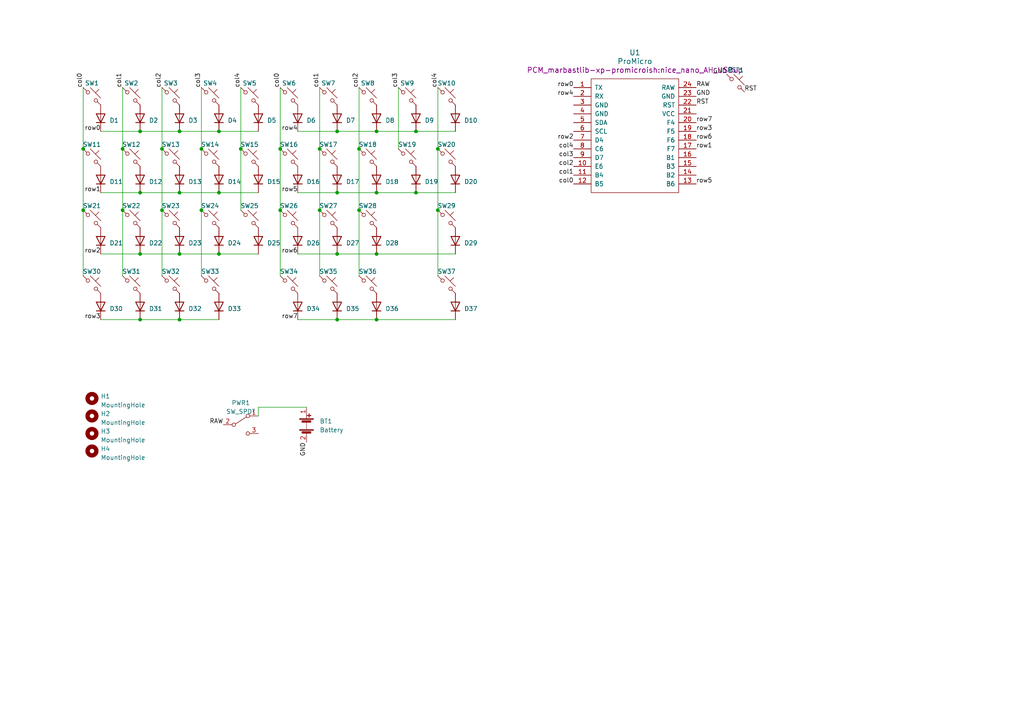
<source format=kicad_sch>
(kicad_sch (version 20231120) (generator "eeschema") (generator_version "8.0")
  (paper "A4")
  (lib_symbols
    (symbol "Device:Battery" (pin_names (offset 0) hide)
      (property "Reference" "BT" (at 2.54 2.54 0))
      (property "Value" "Battery" (at 2.54 0 0))
      (symbol "Battery_0_1"
        (rectangle (start -2.032 -1.397) (end 2.032 -1.651) (fill (type outline)))
        (rectangle (start -2.032 1.778) (end 2.032 1.524) (fill (type outline)))
        (rectangle (start -1.3208 -1.9812) (end 1.27 -2.4892) (fill (type outline)))
        (rectangle (start -1.3208 1.1938) (end 1.27 0.6858) (fill (type outline)))
        (polyline (pts (xy 0 -1.524) (xy 0 -1.27)))
        (polyline (pts (xy 0 -1.016) (xy 0 -0.762)))
        (polyline (pts (xy 0 -0.508) (xy 0 -0.254)))
        (polyline (pts (xy 0 0) (xy 0 0.254)))
        (polyline (pts (xy 0 0.508) (xy 0 0.762)))
        (polyline (pts (xy 0 1.778) (xy 0 2.54)))
        (polyline (pts (xy 0.254 2.667) (xy 1.27 2.667)) (stroke (width 0.254)))
        (polyline (pts (xy 0.762 3.175) (xy 0.762 2.159)) (stroke (width 0.254)))
      )
      (symbol "Battery_1_1"
        (pin passive line (at 0 5.08 270) (length 2.54) (name "+") (number "1"))
        (pin passive line (at 0 -5.08 90) (length 2.54) (name "-") (number "2"))
      )
    )
    (symbol "Diode:1N4148W" (pin_numbers hide) (pin_names hide)
      (property "Reference" "D" (at 0 2.54 0))
      (property "Value" "1N4148W" (at 0 -2.54 0))
      (symbol "1N4148W_0_1"
        (polyline (pts (xy -1.27 1.27) (xy -1.27 -1.27)) (stroke (width 0.254)))
        (polyline (pts (xy 1.27 0) (xy -1.27 0)))
        (polyline (pts (xy 1.27 1.27) (xy 1.27 -1.27) (xy -1.27 0) (xy 1.27 1.27)) (stroke (width 0.254)))
      )
      (symbol "1N4148W_1_1"
        (pin passive line (at -3.81 0 0) (length 2.54) (name "K") (number "1"))
        (pin passive line (at 3.81 0 180) (length 2.54) (name "A") (number "2"))
      )
    )
    (symbol "Mechanical:MountingHole" (pin_names (offset 1.016))
      (property "Reference" "H" (at 0 5.08 0))
      (property "Value" "MountingHole" (at 0 3.175 0))
      (symbol "MountingHole_0_1"
        (circle (center 0 0) (radius 1.27) (stroke (width 1.27)))
      )
    )
    (symbol "Switch:SW_Push_45deg" (pin_numbers hide) (pin_names (offset 1.016) hide)
      (property "Reference" "SW" (at 3.048 1.016 0))
      (property "Value" "SW_Push_45deg" (at 0 -3.81 0))
      (symbol "SW_Push_45deg_0_1"
        (circle (center -1.1684 1.1684) (radius 0.508))
        (polyline (pts (xy -0.508 2.54) (xy 2.54 -0.508)))
        (polyline (pts (xy 1.016 1.016) (xy 2.032 2.032)))
        (polyline (pts (xy -2.54 2.54) (xy -1.524 1.524) (xy -1.524 1.524)))
        (polyline (pts (xy 1.524 -1.524) (xy 2.54 -2.54) (xy 2.54 -2.54) (xy 2.54 -2.54)))
        (circle (center 1.143 -1.1938) (radius 0.508))
        (pin passive line (at -2.54 2.54 0) (length 0) (name "1") (number "1"))
        (pin passive line (at 2.54 -2.54 180) (length 0) (name "2") (number "2"))
      )
    )
    (symbol "Switch:SW_SPDT" (pin_names (offset 0) hide)
      (property "Reference" "SW" (at 0 4.318 0))
      (property "Value" "SW_SPDT" (at 0 -5.08 0))
      (symbol "SW_SPDT_0_0"
        (circle (center -2.032 0) (radius 0.508))
        (circle (center 2.032 -2.54) (radius 0.508))
      )
      (symbol "SW_SPDT_0_1"
        (polyline (pts (xy -1.524 0.254) (xy 1.651 2.286)))
        (circle (center 2.032 2.54) (radius 0.508))
      )
      (symbol "SW_SPDT_1_1"
        (pin passive line (at 5.08 2.54 180) (length 2.54) (name "A") (number "1"))
        (pin passive line (at -5.08 0 0) (length 2.54) (name "B") (number "2"))
        (pin passive line (at 5.08 -2.54 180) (length 2.54) (name "C") (number "3"))
      )
    )
    (symbol "promicro:ProMicro" (pin_names (offset 1.016))
      (property "Reference" "U" (at 0 24.13 0))
      (property "Value" "ProMicro" (at 0 -13.97 0))
      (symbol "ProMicro_0_1"
        (rectangle (start -12.7 21.59) (end 12.7 -11.43))
      )
      (symbol "ProMicro_1_1"
        (pin bidirectional line (at -17.78 19.05 0) (length 5.08) (name "TX") (number "1"))
        (pin bidirectional line (at -17.78 -3.81 0) (length 5.08) (name "E6") (number "10"))
        (pin bidirectional line (at -17.78 -6.35 0) (length 5.08) (name "B4") (number "11"))
        (pin bidirectional line (at -17.78 -8.89 0) (length 5.08) (name "B5") (number "12"))
        (pin bidirectional line (at 17.78 -8.89 180) (length 5.08) (name "B6") (number "13"))
        (pin bidirectional line (at 17.78 -6.35 180) (length 5.08) (name "B2") (number "14"))
        (pin bidirectional line (at 17.78 -3.81 180) (length 5.08) (name "B3") (number "15"))
        (pin bidirectional line (at 17.78 -1.27 180) (length 5.08) (name "B1") (number "16"))
        (pin bidirectional line (at 17.78 1.27 180) (length 5.08) (name "F7") (number "17"))
        (pin bidirectional line (at 17.78 3.81 180) (length 5.08) (name "F6") (number "18"))
        (pin bidirectional line (at 17.78 6.35 180) (length 5.08) (name "F5") (number "19"))
        (pin bidirectional line (at -17.78 16.51 0) (length 5.08) (name "RX") (number "2"))
        (pin bidirectional line (at 17.78 8.89 180) (length 5.08) (name "F4") (number "20"))
        (pin power_in line (at 17.78 11.43 180) (length 5.08) (name "VCC") (number "21"))
        (pin input line (at 17.78 13.97 180) (length 5.08) (name "RST") (number "22"))
        (pin power_in line (at 17.78 16.51 180) (length 5.08) (name "GND") (number "23"))
        (pin power_out line (at 17.78 19.05 180) (length 5.08) (name "RAW") (number "24"))
        (pin power_in line (at -17.78 13.97 0) (length 5.08) (name "GND") (number "3"))
        (pin power_in line (at -17.78 11.43 0) (length 5.08) (name "GND") (number "4"))
        (pin bidirectional line (at -17.78 8.89 0) (length 5.08) (name "SDA") (number "5"))
        (pin bidirectional line (at -17.78 6.35 0) (length 5.08) (name "SCL") (number "6"))
        (pin bidirectional line (at -17.78 3.81 0) (length 5.08) (name "D4") (number "7"))
        (pin bidirectional line (at -17.78 1.27 0) (length 5.08) (name "C6") (number "8"))
        (pin bidirectional line (at -17.78 -1.27 0) (length 5.08) (name "D7") (number "9"))
      )
    )
  )
  (junction (at 40.64 55.88))
  (junction (at 97.79 38.1))
  (junction (at 46.99 60.96))
  (junction (at 58.42 60.96))
  (junction (at 97.79 73.66))
  (junction (at 52.07 73.66))
  (junction (at 52.07 38.1))
  (junction (at 58.42 43.18))
  (junction (at 35.56 60.96))
  (junction (at 35.56 43.18))
  (junction (at 120.65 55.88))
  (junction (at 109.22 38.1))
  (junction (at 92.71 43.18))
  (junction (at 63.5 55.88))
  (junction (at 109.22 92.71))
  (junction (at 109.22 55.88))
  (junction (at 81.28 60.96))
  (junction (at 104.14 60.96))
  (junction (at 52.07 55.88))
  (junction (at 97.79 55.88))
  (junction (at 109.22 73.66))
  (junction (at 40.64 73.66))
  (junction (at 46.99 43.18))
  (junction (at 24.13 60.96))
  (junction (at 40.64 92.71))
  (junction (at 127 60.96))
  (junction (at 120.65 38.1))
  (junction (at 63.5 38.1))
  (junction (at 69.85 43.18))
  (junction (at 40.64 38.1))
  (junction (at 81.28 43.18))
  (junction (at 104.14 43.18))
  (junction (at 127 43.18))
  (junction (at 24.13 43.18))
  (junction (at 92.71 60.96))
  (junction (at 63.5 73.66))
  (junction (at 52.07 92.71))
  (junction (at 97.79 92.71))
  (wire (pts (xy 40.64 73.66) (xy 52.07 73.66)))
  (wire (pts (xy 104.14 25.4) (xy 104.14 43.18)))
  (wire (pts (xy 63.5 73.66) (xy 74.93 73.66)))
  (wire (pts (xy 40.64 92.71) (xy 52.07 92.71)))
  (wire (pts (xy 104.14 60.96) (xy 104.14 80.01)))
  (wire (pts (xy 52.07 73.66) (xy 63.5 73.66)))
  (wire (pts (xy 29.21 38.1) (xy 40.64 38.1)))
  (wire (pts (xy 88.9 118.11) (xy 74.93 118.11)))
  (wire (pts (xy 58.42 43.18) (xy 58.42 60.96)))
  (wire (pts (xy 24.13 60.96) (xy 24.13 80.01)))
  (wire (pts (xy 104.14 43.18) (xy 104.14 60.96)))
  (wire (pts (xy 24.13 25.4) (xy 24.13 43.18)))
  (wire (pts (xy 81.28 25.4) (xy 81.28 43.18)))
  (wire (pts (xy 97.79 92.71) (xy 109.22 92.71)))
  (wire (pts (xy 86.36 73.66) (xy 97.79 73.66)))
  (wire (pts (xy 127 25.4) (xy 127 43.18)))
  (wire (pts (xy 127 43.18) (xy 127 60.96)))
  (wire (pts (xy 109.22 92.71) (xy 132.08 92.71)))
  (wire (pts (xy 63.5 55.88) (xy 74.93 55.88)))
  (wire (pts (xy 29.21 55.88) (xy 40.64 55.88)))
  (wire (pts (xy 81.28 60.96) (xy 81.28 80.01)))
  (wire (pts (xy 24.13 43.18) (xy 24.13 60.96)))
  (wire (pts (xy 69.85 43.18) (xy 69.85 60.96)))
  (wire (pts (xy 97.79 38.1) (xy 109.22 38.1)))
  (wire (pts (xy 69.85 25.4) (xy 69.85 43.18)))
  (wire (pts (xy 120.65 38.1) (xy 132.08 38.1)))
  (wire (pts (xy 52.07 55.88) (xy 63.5 55.88)))
  (wire (pts (xy 46.99 60.96) (xy 46.99 80.01)))
  (wire (pts (xy 29.21 92.71) (xy 40.64 92.71)))
  (wire (pts (xy 92.71 43.18) (xy 92.71 60.96)))
  (wire (pts (xy 127 60.96) (xy 127 80.01)))
  (wire (pts (xy 58.42 60.96) (xy 58.42 80.01)))
  (wire (pts (xy 109.22 73.66) (xy 132.08 73.66)))
  (wire (pts (xy 74.93 118.11) (xy 74.93 120.65)))
  (wire (pts (xy 40.64 55.88) (xy 52.07 55.88)))
  (wire (pts (xy 97.79 73.66) (xy 109.22 73.66)))
  (wire (pts (xy 92.71 25.4) (xy 92.71 43.18)))
  (wire (pts (xy 115.57 25.4) (xy 115.57 43.18)))
  (wire (pts (xy 63.5 38.1) (xy 74.93 38.1)))
  (wire (pts (xy 29.21 73.66) (xy 40.64 73.66)))
  (wire (pts (xy 46.99 25.4) (xy 46.99 43.18)))
  (wire (pts (xy 97.79 55.88) (xy 109.22 55.88)))
  (wire (pts (xy 86.36 55.88) (xy 97.79 55.88)))
  (wire (pts (xy 58.42 25.4) (xy 58.42 43.18)))
  (wire (pts (xy 109.22 55.88) (xy 120.65 55.88)))
  (wire (pts (xy 120.65 55.88) (xy 132.08 55.88)))
  (wire (pts (xy 35.56 43.18) (xy 35.56 60.96)))
  (wire (pts (xy 35.56 60.96) (xy 35.56 80.01)))
  (wire (pts (xy 52.07 92.71) (xy 63.5 92.71)))
  (wire (pts (xy 86.36 92.71) (xy 97.79 92.71)))
  (wire (pts (xy 40.64 38.1) (xy 52.07 38.1)))
  (wire (pts (xy 35.56 25.4) (xy 35.56 43.18)))
  (wire (pts (xy 46.99 43.18) (xy 46.99 60.96)))
  (wire (pts (xy 86.36 38.1) (xy 97.79 38.1)))
  (wire (pts (xy 92.71 60.96) (xy 92.71 80.01)))
  (wire (pts (xy 52.07 38.1) (xy 63.5 38.1)))
  (wire (pts (xy 81.28 43.18) (xy 81.28 60.96)))
  (wire (pts (xy 109.22 38.1) (xy 120.65 38.1)))
  (label "col1" (at 92.71 25.4 90))
  (label "row3" (at 29.21 92.71 180))
  (label "row7" (at 201.93 35.56 0))
  (label "col3" (at 58.42 25.4 90))
  (label "col0" (at 81.28 25.4 90))
  (label "col0" (at 24.13 25.4 90))
  (label "RST" (at 215.9 26.67 0))
  (label "row1" (at 29.21 55.88 180))
  (label "col4" (at 166.37 43.18 180))
  (label "RAW" (at 201.93 25.4 0))
  (label "row5" (at 201.93 53.34 0))
  (label "row0" (at 166.37 25.4 180))
  (label "row7" (at 86.36 92.71 180))
  (label "row4" (at 166.37 27.94 180))
  (label "row5" (at 86.36 55.88 180))
  (label "GND" (at 88.9 128.27 270))
  (label "row3" (at 201.93 38.1 0))
  (label "row1" (at 201.93 43.18 0))
  (label "col3" (at 166.37 45.72 180))
  (label "row6" (at 201.93 40.64 0))
  (label "RST" (at 201.93 30.48 0))
  (label "row2" (at 29.21 73.66 180))
  (label "col4" (at 127 25.4 90))
  (label "row0" (at 29.21 38.1 180))
  (label "RAW" (at 64.77 123.19 180))
  (label "col1" (at 35.56 25.4 90))
  (label "col1" (at 166.37 50.8 180))
  (label "row4" (at 86.36 38.1 180))
  (label "col3" (at 115.57 25.4 90))
  (label "GND" (at 210.82 21.59 180))
  (label "row2" (at 166.37 40.64 180))
  (label "col2" (at 166.37 48.26 180))
  (label "col2" (at 104.14 25.4 90))
  (label "col0" (at 166.37 53.34 180))
  (label "col2" (at 46.99 25.4 90))
  (label "GND" (at 201.93 27.94 0))
  (label "col4" (at 69.85 25.4 90))
  (label "row6" (at 86.36 73.66 180))
  (symbol (lib_id "Switch:SW_SPDT") (at 69.85 123.19 0) (unit 1)
    (property "Reference" "PWR1" (at 69.85 116.84 0))
    (property "Value" "SW_SPDT" (at 69.85 119.38 0))
    (property "Footprint" "0-jasonhazel-footprints:SW_CuK_OS102011MA1QN1_SPDT_Angled" (effects (hide yes)))
  )
  (symbol (lib_id "Diode:1N4148W") (at 63.5 69.85 90) (unit 1)
    (property "Reference" "D24" (at 66.04 70.485 90) (effects (justify right)))
    (property "Value" "1N4148W" (effects (hide yes)))
    (property "Footprint" "0-jasonhazel-footprints:D_SOD-123" (effects (hide yes)))
    (property "Datasheet" "https://www.vishay.com/docs/85748/1n4148w.pdf" (effects (hide yes)))
    (property "Sim.Device" "D" (effects (hide yes)))
    (property "Sim.Pins" "1=K 2=A" (effects (hide yes)))
  )
  (symbol (lib_id "Switch:SW_Push_45deg") (at 72.39 27.94 0) (unit 1)
    (property "Reference" "SW5" (at 72.39 24.13 0))
    (property "Value" "SW_Push_45deg" (effects (hide yes)))
    (property "Footprint" "0-jasonhazel-footprints:Choc-1u-solder" (effects (hide yes)))
  )
  (symbol (lib_id "Mechanical:MountingHole") (at 26.67 120.65 0) (unit 1)
    (property "Reference" "H2" (at 29.21 120.015 0) (effects (justify left)))
    (property "Value" "MountingHole" (at 29.21 122.555 0) (effects (justify left)))
  )
  (symbol (lib_id "Switch:SW_Push_45deg") (at 118.11 27.94 0) (unit 1)
    (property "Reference" "SW9" (at 118.11 24.13 0))
    (property "Value" "SW_Push_45deg" (effects (hide yes)))
    (property "Footprint" "0-jasonhazel-footprints:Choc-1u-solder" (effects (hide yes)))
  )
  (symbol (lib_id "Switch:SW_Push_45deg") (at 129.54 45.72 0) (unit 1)
    (property "Reference" "SW20" (at 129.54 41.91 0))
    (property "Value" "SW_Push_45deg" (effects (hide yes)))
    (property "Footprint" "0-jasonhazel-footprints:Choc-1u-solder" (effects (hide yes)))
  )
  (symbol (lib_id "Switch:SW_Push_45deg") (at 60.96 27.94 0) (unit 1)
    (property "Reference" "SW4" (at 60.96 24.13 0))
    (property "Value" "SW_Push_45deg" (effects (hide yes)))
    (property "Footprint" "0-jasonhazel-footprints:Choc-1u-solder" (effects (hide yes)))
  )
  (symbol (lib_id "Diode:1N4148W") (at 97.79 52.07 90) (unit 1)
    (property "Reference" "D17" (at 100.33 52.705 90) (effects (justify right)))
    (property "Value" "1N4148W" (effects (hide yes)))
    (property "Footprint" "0-jasonhazel-footprints:D_SOD-123" (effects (hide yes)))
    (property "Datasheet" "https://www.vishay.com/docs/85748/1n4148w.pdf" (effects (hide yes)))
    (property "Sim.Device" "D" (effects (hide yes)))
    (property "Sim.Pins" "1=K 2=A" (effects (hide yes)))
  )
  (symbol (lib_id "Diode:1N4148W") (at 29.21 88.9 90) (unit 1)
    (property "Reference" "D30" (at 31.75 89.535 90) (effects (justify right)))
    (property "Value" "1N4148W" (effects (hide yes)))
    (property "Footprint" "0-jasonhazel-footprints:D_SOD-123" (effects (hide yes)))
    (property "Datasheet" "https://www.vishay.com/docs/85748/1n4148w.pdf" (effects (hide yes)))
    (property "Sim.Device" "D" (effects (hide yes)))
    (property "Sim.Pins" "1=K 2=A" (effects (hide yes)))
  )
  (symbol (lib_id "Mechanical:MountingHole") (at 26.67 130.81 0) (unit 1)
    (property "Reference" "H4" (at 29.21 130.175 0) (effects (justify left)))
    (property "Value" "MountingHole" (at 29.21 132.715 0) (effects (justify left)))
  )
  (symbol (lib_id "Switch:SW_Push_45deg") (at 83.82 45.72 0) (unit 1)
    (property "Reference" "SW16" (at 83.82 41.91 0))
    (property "Value" "SW_Push_45deg" (effects (hide yes)))
    (property "Footprint" "0-jasonhazel-footprints:Choc-1u-solder" (effects (hide yes)))
  )
  (symbol (lib_id "Switch:SW_Push_45deg") (at 49.53 27.94 0) (unit 1)
    (property "Reference" "SW3" (at 49.53 24.13 0))
    (property "Value" "SW_Push_45deg" (effects (hide yes)))
    (property "Footprint" "0-jasonhazel-footprints:Choc-1u-solder" (effects (hide yes)))
  )
  (symbol (lib_id "Diode:1N4148W") (at 86.36 52.07 90) (unit 1)
    (property "Reference" "D16" (at 88.9 52.705 90) (effects (justify right)))
    (property "Value" "1N4148W" (effects (hide yes)))
    (property "Footprint" "0-jasonhazel-footprints:D_SOD-123" (effects (hide yes)))
    (property "Datasheet" "https://www.vishay.com/docs/85748/1n4148w.pdf" (effects (hide yes)))
    (property "Sim.Device" "D" (effects (hide yes)))
    (property "Sim.Pins" "1=K 2=A" (effects (hide yes)))
  )
  (symbol (lib_id "Diode:1N4148W") (at 63.5 52.07 90) (unit 1)
    (property "Reference" "D14" (at 66.04 52.705 90) (effects (justify right)))
    (property "Value" "1N4148W" (effects (hide yes)))
    (property "Footprint" "0-jasonhazel-footprints:D_SOD-123" (effects (hide yes)))
    (property "Datasheet" "https://www.vishay.com/docs/85748/1n4148w.pdf" (effects (hide yes)))
    (property "Sim.Device" "D" (effects (hide yes)))
    (property "Sim.Pins" "1=K 2=A" (effects (hide yes)))
  )
  (symbol (lib_id "Switch:SW_Push_45deg") (at 26.67 82.55 0) (unit 1)
    (property "Reference" "SW30" (at 26.67 78.74 0))
    (property "Value" "SW_Push_45deg" (effects (hide yes)))
    (property "Footprint" "0-jasonhazel-footprints:Choc-1u-solder" (effects (hide yes)))
  )
  (symbol (lib_id "Switch:SW_Push_45deg") (at 106.68 27.94 0) (unit 1)
    (property "Reference" "SW8" (at 106.68 24.13 0))
    (property "Value" "SW_Push_45deg" (effects (hide yes)))
    (property "Footprint" "0-jasonhazel-footprints:Choc-1u-solder" (effects (hide yes)))
  )
  (symbol (lib_id "Diode:1N4148W") (at 86.36 88.9 90) (unit 1)
    (property "Reference" "D34" (at 88.9 89.535 90) (effects (justify right)))
    (property "Value" "1N4148W" (effects (hide yes)))
    (property "Footprint" "0-jasonhazel-footprints:D_SOD-123" (effects (hide yes)))
    (property "Datasheet" "https://www.vishay.com/docs/85748/1n4148w.pdf" (effects (hide yes)))
    (property "Sim.Device" "D" (effects (hide yes)))
    (property "Sim.Pins" "1=K 2=A" (effects (hide yes)))
  )
  (symbol (lib_id "Diode:1N4148W") (at 109.22 34.29 90) (unit 1)
    (property "Reference" "D8" (at 111.76 34.925 90) (effects (justify right)))
    (property "Value" "1N4148W" (effects (hide yes)))
    (property "Footprint" "0-jasonhazel-footprints:D_SOD-123" (effects (hide yes)))
    (property "Datasheet" "https://www.vishay.com/docs/85748/1n4148w.pdf" (effects (hide yes)))
    (property "Sim.Device" "D" (effects (hide yes)))
    (property "Sim.Pins" "1=K 2=A" (effects (hide yes)))
  )
  (symbol (lib_id "Switch:SW_Push_45deg") (at 72.39 45.72 0) (unit 1)
    (property "Reference" "SW15" (at 72.39 41.91 0))
    (property "Value" "SW_Push_45deg" (effects (hide yes)))
    (property "Footprint" "0-jasonhazel-footprints:Choc-1u-solder" (effects (hide yes)))
  )
  (symbol (lib_id "Switch:SW_Push_45deg") (at 95.25 27.94 0) (unit 1)
    (property "Reference" "SW7" (at 95.25 24.13 0))
    (property "Value" "SW_Push_45deg" (effects (hide yes)))
    (property "Footprint" "0-jasonhazel-footprints:Choc-1u-solder" (effects (hide yes)))
  )
  (symbol (lib_id "Diode:1N4148W") (at 132.08 34.29 90) (unit 1)
    (property "Reference" "D10" (at 134.62 34.925 90) (effects (justify right)))
    (property "Value" "1N4148W" (effects (hide yes)))
    (property "Footprint" "0-jasonhazel-footprints:D_SOD-123" (effects (hide yes)))
    (property "Datasheet" "https://www.vishay.com/docs/85748/1n4148w.pdf" (effects (hide yes)))
    (property "Sim.Device" "D" (effects (hide yes)))
    (property "Sim.Pins" "1=K 2=A" (effects (hide yes)))
  )
  (symbol (lib_id "Diode:1N4148W") (at 132.08 69.85 90) (unit 1)
    (property "Reference" "D29" (at 134.62 70.485 90) (effects (justify right)))
    (property "Value" "1N4148W" (effects (hide yes)))
    (property "Footprint" "0-jasonhazel-footprints:D_SOD-123" (effects (hide yes)))
    (property "Datasheet" "https://www.vishay.com/docs/85748/1n4148w.pdf" (effects (hide yes)))
    (property "Sim.Device" "D" (effects (hide yes)))
    (property "Sim.Pins" "1=K 2=A" (effects (hide yes)))
  )
  (symbol (lib_id "Switch:SW_Push_45deg") (at 95.25 63.5 0) (unit 1)
    (property "Reference" "SW27" (at 95.25 59.69 0))
    (property "Value" "SW_Push_45deg" (effects (hide yes)))
    (property "Footprint" "0-jasonhazel-footprints:Choc-1u-solder" (effects (hide yes)))
  )
  (symbol (lib_id "Diode:1N4148W") (at 52.07 88.9 90) (unit 1)
    (property "Reference" "D32" (at 54.61 89.535 90) (effects (justify right)))
    (property "Value" "1N4148W" (effects (hide yes)))
    (property "Footprint" "0-jasonhazel-footprints:D_SOD-123" (effects (hide yes)))
    (property "Datasheet" "https://www.vishay.com/docs/85748/1n4148w.pdf" (effects (hide yes)))
    (property "Sim.Device" "D" (effects (hide yes)))
    (property "Sim.Pins" "1=K 2=A" (effects (hide yes)))
  )
  (symbol (lib_id "Switch:SW_Push_45deg") (at 106.68 45.72 0) (unit 1)
    (property "Reference" "SW18" (at 106.68 41.91 0))
    (property "Value" "SW_Push_45deg" (effects (hide yes)))
    (property "Footprint" "0-jasonhazel-footprints:Choc-1u-solder" (effects (hide yes)))
  )
  (symbol (lib_id "Diode:1N4148W") (at 52.07 52.07 90) (unit 1)
    (property "Reference" "D13" (at 54.61 52.705 90) (effects (justify right)))
    (property "Value" "1N4148W" (effects (hide yes)))
    (property "Footprint" "0-jasonhazel-footprints:D_SOD-123" (effects (hide yes)))
    (property "Datasheet" "https://www.vishay.com/docs/85748/1n4148w.pdf" (effects (hide yes)))
    (property "Sim.Device" "D" (effects (hide yes)))
    (property "Sim.Pins" "1=K 2=A" (effects (hide yes)))
  )
  (symbol (lib_id "Diode:1N4148W") (at 63.5 34.29 90) (unit 1)
    (property "Reference" "D4" (at 66.04 34.925 90) (effects (justify right)))
    (property "Value" "1N4148W" (effects (hide yes)))
    (property "Footprint" "0-jasonhazel-footprints:D_SOD-123" (effects (hide yes)))
    (property "Datasheet" "https://www.vishay.com/docs/85748/1n4148w.pdf" (effects (hide yes)))
    (property "Sim.Device" "D" (effects (hide yes)))
    (property "Sim.Pins" "1=K 2=A" (effects (hide yes)))
  )
  (symbol (lib_id "Diode:1N4148W") (at 97.79 69.85 90) (unit 1)
    (property "Reference" "D27" (at 100.33 70.485 90) (effects (justify right)))
    (property "Value" "1N4148W" (effects (hide yes)))
    (property "Footprint" "0-jasonhazel-footprints:D_SOD-123" (effects (hide yes)))
    (property "Datasheet" "https://www.vishay.com/docs/85748/1n4148w.pdf" (effects (hide yes)))
    (property "Sim.Device" "D" (effects (hide yes)))
    (property "Sim.Pins" "1=K 2=A" (effects (hide yes)))
  )
  (symbol (lib_id "Diode:1N4148W") (at 109.22 52.07 90) (unit 1)
    (property "Reference" "D18" (at 111.76 52.705 90) (effects (justify right)))
    (property "Value" "1N4148W" (effects (hide yes)))
    (property "Footprint" "0-jasonhazel-footprints:D_SOD-123" (effects (hide yes)))
    (property "Datasheet" "https://www.vishay.com/docs/85748/1n4148w.pdf" (effects (hide yes)))
    (property "Sim.Device" "D" (effects (hide yes)))
    (property "Sim.Pins" "1=K 2=A" (effects (hide yes)))
  )
  (symbol (lib_id "Diode:1N4148W") (at 97.79 34.29 90) (unit 1)
    (property "Reference" "D7" (at 100.33 34.925 90) (effects (justify right)))
    (property "Value" "1N4148W" (effects (hide yes)))
    (property "Footprint" "0-jasonhazel-footprints:D_SOD-123" (effects (hide yes)))
    (property "Datasheet" "https://www.vishay.com/docs/85748/1n4148w.pdf" (effects (hide yes)))
    (property "Sim.Device" "D" (effects (hide yes)))
    (property "Sim.Pins" "1=K 2=A" (effects (hide yes)))
  )
  (symbol (lib_id "Switch:SW_Push_45deg") (at 26.67 63.5 0) (unit 1)
    (property "Reference" "SW21" (at 26.67 59.69 0))
    (property "Value" "SW_Push_45deg" (effects (hide yes)))
    (property "Footprint" "0-jasonhazel-footprints:Choc-1.75u-solder" (effects (hide yes)))
  )
  (symbol (lib_id "promicro:ProMicro") (at 184.15 44.45 0) (unit 1)
    (property "Reference" "U1" (at 184.15 15.24 0) (effects (font (size 1.524 1.524))))
    (property "Value" "ProMicro" (at 184.15 17.78 0) (effects (font (size 1.524 1.524))))
    (property "Footprint" "PCM_marbastlib-xp-promicroish:nice_nano_AH_USBup" (at 184.15 20.32 0) (effects (font (size 1.524 1.524))))
  )
  (symbol (lib_id "Diode:1N4148W") (at 29.21 34.29 90) (unit 1)
    (property "Reference" "D1" (at 31.75 34.925 90) (effects (justify right)))
    (property "Value" "1N4148W" (effects (hide yes)))
    (property "Footprint" "0-jasonhazel-footprints:D_SOD-123" (effects (hide yes)))
    (property "Datasheet" "https://www.vishay.com/docs/85748/1n4148w.pdf" (effects (hide yes)))
    (property "Sim.Device" "D" (effects (hide yes)))
    (property "Sim.Pins" "1=K 2=A" (effects (hide yes)))
  )
  (symbol (lib_id "Switch:SW_Push_45deg") (at 38.1 45.72 0) (unit 1)
    (property "Reference" "SW12" (at 38.1 41.91 0))
    (property "Value" "SW_Push_45deg" (effects (hide yes)))
    (property "Footprint" "0-jasonhazel-footprints:Choc-1u-solder" (effects (hide yes)))
  )
  (symbol (lib_id "Switch:SW_Push_45deg") (at 83.82 63.5 0) (unit 1)
    (property "Reference" "SW26" (at 83.82 59.69 0))
    (property "Value" "SW_Push_45deg" (effects (hide yes)))
    (property "Footprint" "0-jasonhazel-footprints:Choc-1u-solder" (effects (hide yes)))
  )
  (symbol (lib_id "Diode:1N4148W") (at 120.65 52.07 90) (unit 1)
    (property "Reference" "D19" (at 123.19 52.705 90) (effects (justify right)))
    (property "Value" "1N4148W" (effects (hide yes)))
    (property "Footprint" "0-jasonhazel-footprints:D_SOD-123" (effects (hide yes)))
    (property "Datasheet" "https://www.vishay.com/docs/85748/1n4148w.pdf" (effects (hide yes)))
    (property "Sim.Device" "D" (effects (hide yes)))
    (property "Sim.Pins" "1=K 2=A" (effects (hide yes)))
  )
  (symbol (lib_id "Switch:SW_Push_45deg") (at 129.54 27.94 0) (unit 1)
    (property "Reference" "SW10" (at 129.54 24.13 0))
    (property "Value" "SW_Push_45deg" (effects (hide yes)))
    (property "Footprint" "0-jasonhazel-footprints:Choc-1.25u-solder" (effects (hide yes)))
  )
  (symbol (lib_id "Diode:1N4148W") (at 86.36 34.29 90) (unit 1)
    (property "Reference" "D6" (at 88.9 34.925 90) (effects (justify right)))
    (property "Value" "1N4148W" (effects (hide yes)))
    (property "Footprint" "0-jasonhazel-footprints:D_SOD-123" (effects (hide yes)))
    (property "Datasheet" "https://www.vishay.com/docs/85748/1n4148w.pdf" (effects (hide yes)))
    (property "Sim.Device" "D" (effects (hide yes)))
    (property "Sim.Pins" "1=K 2=A" (effects (hide yes)))
  )
  (symbol (lib_id "Diode:1N4148W") (at 97.79 88.9 90) (unit 1)
    (property "Reference" "D35" (at 100.33 89.535 90) (effects (justify right)))
    (property "Value" "1N4148W" (effects (hide yes)))
    (property "Footprint" "0-jasonhazel-footprints:D_SOD-123" (effects (hide yes)))
    (property "Datasheet" "https://www.vishay.com/docs/85748/1n4148w.pdf" (effects (hide yes)))
    (property "Sim.Device" "D" (effects (hide yes)))
    (property "Sim.Pins" "1=K 2=A" (effects (hide yes)))
  )
  (symbol (lib_id "Diode:1N4148W") (at 52.07 34.29 90) (unit 1)
    (property "Reference" "D3" (at 54.61 34.925 90) (effects (justify right)))
    (property "Value" "1N4148W" (effects (hide yes)))
    (property "Footprint" "0-jasonhazel-footprints:D_SOD-123" (effects (hide yes)))
    (property "Datasheet" "https://www.vishay.com/docs/85748/1n4148w.pdf" (effects (hide yes)))
    (property "Sim.Device" "D" (effects (hide yes)))
    (property "Sim.Pins" "1=K 2=A" (effects (hide yes)))
  )
  (symbol (lib_id "Switch:SW_Push_45deg") (at 49.53 82.55 0) (unit 1)
    (property "Reference" "SW32" (at 49.53 78.74 0))
    (property "Value" "SW_Push_45deg" (effects (hide yes)))
    (property "Footprint" "0-jasonhazel-footprints:Choc-1u-solder" (effects (hide yes)))
  )
  (symbol (lib_id "Diode:1N4148W") (at 120.65 34.29 90) (unit 1)
    (property "Reference" "D9" (at 123.19 34.925 90) (effects (justify right)))
    (property "Value" "1N4148W" (effects (hide yes)))
    (property "Footprint" "0-jasonhazel-footprints:D_SOD-123" (effects (hide yes)))
    (property "Datasheet" "https://www.vishay.com/docs/85748/1n4148w.pdf" (effects (hide yes)))
    (property "Sim.Device" "D" (effects (hide yes)))
    (property "Sim.Pins" "1=K 2=A" (effects (hide yes)))
  )
  (symbol (lib_id "Switch:SW_Push_45deg") (at 213.36 24.13 0) (unit 1)
    (property "Reference" "RST1" (at 213.36 20.32 0))
    (property "Value" "SW_Push_45deg" (effects (hide yes)))
    (property "Footprint" "chaz:SKHLLCA010" (effects (hide yes)))
  )
  (symbol (lib_id "Switch:SW_Push_45deg") (at 38.1 27.94 0) (unit 1)
    (property "Reference" "SW2" (at 38.1 24.13 0))
    (property "Value" "SW_Push_45deg" (effects (hide yes)))
    (property "Footprint" "0-jasonhazel-footprints:Choc-1u-solder" (effects (hide yes)))
  )
  (symbol (lib_id "Mechanical:MountingHole") (at 26.67 115.57 0) (unit 1)
    (property "Reference" "H1" (at 29.21 114.935 0) (effects (justify left)))
    (property "Value" "MountingHole" (at 29.21 117.475 0) (effects (justify left)))
  )
  (symbol (lib_id "Switch:SW_Push_45deg") (at 26.67 45.72 0) (unit 1)
    (property "Reference" "SW11" (at 26.67 41.91 0))
    (property "Value" "SW_Push_45deg" (effects (hide yes)))
    (property "Footprint" "0-jasonhazel-footprints:Choc-1.25u-solder" (effects (hide yes)))
  )
  (symbol (lib_id "Diode:1N4148W") (at 29.21 52.07 90) (unit 1)
    (property "Reference" "D11" (at 31.75 52.705 90) (effects (justify right)))
    (property "Value" "1N4148W" (effects (hide yes)))
    (property "Footprint" "0-jasonhazel-footprints:D_SOD-123" (effects (hide yes)))
    (property "Datasheet" "https://www.vishay.com/docs/85748/1n4148w.pdf" (effects (hide yes)))
    (property "Sim.Device" "D" (effects (hide yes)))
    (property "Sim.Pins" "1=K 2=A" (effects (hide yes)))
  )
  (symbol (lib_id "Switch:SW_Push_45deg") (at 106.68 82.55 0) (unit 1)
    (property "Reference" "SW36" (at 106.68 78.74 0))
    (property "Value" "SW_Push_45deg" (effects (hide yes)))
    (property "Footprint" "0-jasonhazel-footprints:Choc-1u-solder" (effects (hide yes)))
  )
  (symbol (lib_id "Diode:1N4148W") (at 29.21 69.85 90) (unit 1)
    (property "Reference" "D21" (at 31.75 70.485 90) (effects (justify right)))
    (property "Value" "1N4148W" (effects (hide yes)))
    (property "Footprint" "0-jasonhazel-footprints:D_SOD-123" (effects (hide yes)))
    (property "Datasheet" "https://www.vishay.com/docs/85748/1n4148w.pdf" (effects (hide yes)))
    (property "Sim.Device" "D" (effects (hide yes)))
    (property "Sim.Pins" "1=K 2=A" (effects (hide yes)))
  )
  (symbol (lib_id "Switch:SW_Push_45deg") (at 83.82 27.94 0) (unit 1)
    (property "Reference" "SW6" (at 83.82 24.13 0))
    (property "Value" "SW_Push_45deg" (effects (hide yes)))
    (property "Footprint" "0-jasonhazel-footprints:Choc-1u-solder" (effects (hide yes)))
  )
  (symbol (lib_id "Mechanical:MountingHole") (at 26.67 125.73 0) (unit 1)
    (property "Reference" "H3" (at 29.21 125.095 0) (effects (justify left)))
    (property "Value" "MountingHole" (at 29.21 127.635 0) (effects (justify left)))
  )
  (symbol (lib_id "Switch:SW_Push_45deg") (at 38.1 82.55 0) (unit 1)
    (property "Reference" "SW31" (at 38.1 78.74 0))
    (property "Value" "SW_Push_45deg" (effects (hide yes)))
    (property "Footprint" "0-jasonhazel-footprints:Choc-1u-solder" (effects (hide yes)))
  )
  (symbol (lib_id "Switch:SW_Push_45deg") (at 49.53 63.5 0) (unit 1)
    (property "Reference" "SW23" (at 49.53 59.69 0))
    (property "Value" "SW_Push_45deg" (effects (hide yes)))
    (property "Footprint" "0-jasonhazel-footprints:Choc-1u-solder" (effects (hide yes)))
  )
  (symbol (lib_id "Switch:SW_Push_45deg") (at 38.1 63.5 0) (unit 1)
    (property "Reference" "SW22" (at 38.1 59.69 0))
    (property "Value" "SW_Push_45deg" (effects (hide yes)))
    (property "Footprint" "0-jasonhazel-footprints:Choc-1u-solder" (effects (hide yes)))
  )
  (symbol (lib_id "Diode:1N4148W") (at 63.5 88.9 90) (unit 1)
    (property "Reference" "D33" (at 66.04 89.535 90) (effects (justify right)))
    (property "Value" "1N4148W" (effects (hide yes)))
    (property "Footprint" "0-jasonhazel-footprints:D_SOD-123" (effects (hide yes)))
    (property "Datasheet" "https://www.vishay.com/docs/85748/1n4148w.pdf" (effects (hide yes)))
    (property "Sim.Device" "D" (effects (hide yes)))
    (property "Sim.Pins" "1=K 2=A" (effects (hide yes)))
  )
  (symbol (lib_id "Switch:SW_Push_45deg") (at 129.54 63.5 0) (unit 1)
    (property "Reference" "SW29" (at 129.54 59.69 0))
    (property "Value" "SW_Push_45deg" (effects (hide yes)))
    (property "Footprint" "0-jasonhazel-footprints:Choc-1.5u-solder" (effects (hide yes)))
  )
  (symbol (lib_id "Switch:SW_Push_45deg") (at 60.96 45.72 0) (unit 1)
    (property "Reference" "SW14" (at 60.96 41.91 0))
    (property "Value" "SW_Push_45deg" (effects (hide yes)))
    (property "Footprint" "0-jasonhazel-footprints:Choc-1u-solder" (effects (hide yes)))
  )
  (symbol (lib_id "Diode:1N4148W") (at 40.64 52.07 90) (unit 1)
    (property "Reference" "D12" (at 43.18 52.705 90) (effects (justify right)))
    (property "Value" "1N4148W" (effects (hide yes)))
    (property "Footprint" "0-jasonhazel-footprints:D_SOD-123" (effects (hide yes)))
    (property "Datasheet" "https://www.vishay.com/docs/85748/1n4148w.pdf" (effects (hide yes)))
    (property "Sim.Device" "D" (effects (hide yes)))
    (property "Sim.Pins" "1=K 2=A" (effects (hide yes)))
  )
  (symbol (lib_id "Diode:1N4148W") (at 52.07 69.85 90) (unit 1)
    (property "Reference" "D23" (at 54.61 70.485 90) (effects (justify right)))
    (property "Value" "1N4148W" (effects (hide yes)))
    (property "Footprint" "0-jasonhazel-footprints:D_SOD-123" (effects (hide yes)))
    (property "Datasheet" "https://www.vishay.com/docs/85748/1n4148w.pdf" (effects (hide yes)))
    (property "Sim.Device" "D" (effects (hide yes)))
    (property "Sim.Pins" "1=K 2=A" (effects (hide yes)))
  )
  (symbol (lib_id "Switch:SW_Push_45deg") (at 129.54 82.55 0) (unit 1)
    (property "Reference" "SW37" (at 129.54 78.74 0))
    (property "Value" "SW_Push_45deg" (effects (hide yes)))
    (property "Footprint" "0-jasonhazel-footprints:Choc-1u-solder" (effects (hide yes)))
  )
  (symbol (lib_id "Diode:1N4148W") (at 40.64 34.29 90) (unit 1)
    (property "Reference" "D2" (at 43.18 34.925 90) (effects (justify right)))
    (property "Value" "1N4148W" (effects (hide yes)))
    (property "Footprint" "0-jasonhazel-footprints:D_SOD-123" (effects (hide yes)))
    (property "Datasheet" "https://www.vishay.com/docs/85748/1n4148w.pdf" (effects (hide yes)))
    (property "Sim.Device" "D" (effects (hide yes)))
    (property "Sim.Pins" "1=K 2=A" (effects (hide yes)))
  )
  (symbol (lib_id "Diode:1N4148W") (at 86.36 69.85 90) (unit 1)
    (property "Reference" "D26" (at 88.9 70.485 90) (effects (justify right)))
    (property "Value" "1N4148W" (effects (hide yes)))
    (property "Footprint" "0-jasonhazel-footprints:D_SOD-123" (effects (hide yes)))
    (property "Datasheet" "https://www.vishay.com/docs/85748/1n4148w.pdf" (effects (hide yes)))
    (property "Sim.Device" "D" (effects (hide yes)))
    (property "Sim.Pins" "1=K 2=A" (effects (hide yes)))
  )
  (symbol (lib_id "Diode:1N4148W") (at 74.93 52.07 90) (unit 1)
    (property "Reference" "D15" (at 77.47 52.705 90) (effects (justify right)))
    (property "Value" "1N4148W" (effects (hide yes)))
    (property "Footprint" "0-jasonhazel-footprints:D_SOD-123" (effects (hide yes)))
    (property "Datasheet" "https://www.vishay.com/docs/85748/1n4148w.pdf" (effects (hide yes)))
    (property "Sim.Device" "D" (effects (hide yes)))
    (property "Sim.Pins" "1=K 2=A" (effects (hide yes)))
  )
  (symbol (lib_id "Diode:1N4148W") (at 74.93 69.85 90) (unit 1)
    (property "Reference" "D25" (at 77.47 70.485 90) (effects (justify right)))
    (property "Value" "1N4148W" (effects (hide yes)))
    (property "Footprint" "0-jasonhazel-footprints:D_SOD-123" (effects (hide yes)))
    (property "Datasheet" "https://www.vishay.com/docs/85748/1n4148w.pdf" (effects (hide yes)))
    (property "Sim.Device" "D" (effects (hide yes)))
    (property "Sim.Pins" "1=K 2=A" (effects (hide yes)))
  )
  (symbol (lib_id "Switch:SW_Push_45deg") (at 83.82 82.55 0) (unit 1)
    (property "Reference" "SW34" (at 83.82 78.74 0))
    (property "Value" "SW_Push_45deg" (effects (hide yes)))
    (property "Footprint" "0-jasonhazel-footprints:Choc-2u-solder" (effects (hide yes)))
  )
  (symbol (lib_id "Switch:SW_Push_45deg") (at 95.25 82.55 0) (unit 1)
    (property "Reference" "SW35" (at 95.25 78.74 0))
    (property "Value" "SW_Push_45deg" (effects (hide yes)))
    (property "Footprint" "0-jasonhazel-footprints:Choc-1u-solder" (effects (hide yes)))
  )
  (symbol (lib_id "Switch:SW_Push_45deg") (at 49.53 45.72 0) (unit 1)
    (property "Reference" "SW13" (at 49.53 41.91 0))
    (property "Value" "SW_Push_45deg" (effects (hide yes)))
    (property "Footprint" "0-jasonhazel-footprints:Choc-1u-solder" (effects (hide yes)))
  )
  (symbol (lib_id "Switch:SW_Push_45deg") (at 118.11 45.72 0) (unit 1)
    (property "Reference" "SW19" (at 118.11 41.91 0))
    (property "Value" "SW_Push_45deg" (effects (hide yes)))
    (property "Footprint" "0-jasonhazel-footprints:Choc-1u-solder" (effects (hide yes)))
  )
  (symbol (lib_id "Device:Battery") (at 88.9 123.19 0) (unit 1)
    (property "Reference" "BT1" (at 92.71 122.174 0) (effects (justify left)))
    (property "Value" "Battery" (at 92.71 124.714 0) (effects (justify left)))
    (property "Footprint" "chaz:3JST_BAT" (effects (hide yes)))
  )
  (symbol (lib_id "Switch:SW_Push_45deg") (at 72.39 63.5 0) (unit 1)
    (property "Reference" "SW25" (at 72.39 59.69 0))
    (property "Value" "SW_Push_45deg" (effects (hide yes)))
    (property "Footprint" "0-jasonhazel-footprints:Choc-1u-solder" (effects (hide yes)))
  )
  (symbol (lib_id "Diode:1N4148W") (at 132.08 88.9 90) (unit 1)
    (property "Reference" "D37" (at 134.62 89.535 90) (effects (justify right)))
    (property "Value" "1N4148W" (effects (hide yes)))
    (property "Footprint" "0-jasonhazel-footprints:D_SOD-123" (effects (hide yes)))
    (property "Datasheet" "https://www.vishay.com/docs/85748/1n4148w.pdf" (effects (hide yes)))
    (property "Sim.Device" "D" (effects (hide yes)))
    (property "Sim.Pins" "1=K 2=A" (effects (hide yes)))
  )
  (symbol (lib_id "Diode:1N4148W") (at 40.64 88.9 90) (unit 1)
    (property "Reference" "D31" (at 43.18 89.535 90) (effects (justify right)))
    (property "Value" "1N4148W" (effects (hide yes)))
    (property "Footprint" "0-jasonhazel-footprints:D_SOD-123" (effects (hide yes)))
    (property "Datasheet" "https://www.vishay.com/docs/85748/1n4148w.pdf" (effects (hide yes)))
    (property "Sim.Device" "D" (effects (hide yes)))
    (property "Sim.Pins" "1=K 2=A" (effects (hide yes)))
  )
  (symbol (lib_id "Switch:SW_Push_45deg") (at 60.96 82.55 0) (unit 1)
    (property "Reference" "SW33" (at 60.96 78.74 0))
    (property "Value" "SW_Push_45deg" (effects (hide yes)))
    (property "Footprint" "0-jasonhazel-footprints:Choc-2.25u-solder" (effects (hide yes)))
  )
  (symbol (lib_id "Switch:SW_Push_45deg") (at 95.25 45.72 0) (unit 1)
    (property "Reference" "SW17" (at 95.25 41.91 0))
    (property "Value" "SW_Push_45deg" (effects (hide yes)))
    (property "Footprint" "0-jasonhazel-footprints:Choc-1u-solder" (effects (hide yes)))
  )
  (symbol (lib_id "Switch:SW_Push_45deg") (at 60.96 63.5 0) (unit 1)
    (property "Reference" "SW24" (at 60.96 59.69 0))
    (property "Value" "SW_Push_45deg" (effects (hide yes)))
    (property "Footprint" "0-jasonhazel-footprints:Choc-1u-solder" (effects (hide yes)))
  )
  (symbol (lib_id "Diode:1N4148W") (at 132.08 52.07 90) (unit 1)
    (property "Reference" "D20" (at 134.62 52.705 90) (effects (justify right)))
    (property "Value" "1N4148W" (effects (hide yes)))
    (property "Footprint" "0-jasonhazel-footprints:D_SOD-123" (effects (hide yes)))
    (property "Datasheet" "https://www.vishay.com/docs/85748/1n4148w.pdf" (effects (hide yes)))
    (property "Sim.Device" "D" (effects (hide yes)))
    (property "Sim.Pins" "1=K 2=A" (effects (hide yes)))
  )
  (symbol (lib_id "Diode:1N4148W") (at 109.22 69.85 90) (unit 1)
    (property "Reference" "D28" (at 111.76 70.485 90) (effects (justify right)))
    (property "Value" "1N4148W" (effects (hide yes)))
    (property "Footprint" "0-jasonhazel-footprints:D_SOD-123" (effects (hide yes)))
    (property "Datasheet" "https://www.vishay.com/docs/85748/1n4148w.pdf" (effects (hide yes)))
    (property "Sim.Device" "D" (effects (hide yes)))
    (property "Sim.Pins" "1=K 2=A" (effects (hide yes)))
  )
  (symbol (lib_id "Switch:SW_Push_45deg") (at 26.67 27.94 0) (unit 1)
    (property "Reference" "SW1" (at 26.67 24.13 0))
    (property "Value" "SW_Push_45deg" (effects (hide yes)))
    (property "Footprint" "0-jasonhazel-footprints:Choc-1u-solder" (effects (hide yes)))
  )
  (symbol (lib_id "Diode:1N4148W") (at 40.64 69.85 90) (unit 1)
    (property "Reference" "D22" (at 43.18 70.485 90) (effects (justify right)))
    (property "Value" "1N4148W" (effects (hide yes)))
    (property "Footprint" "0-jasonhazel-footprints:D_SOD-123" (effects (hide yes)))
    (property "Datasheet" "https://www.vishay.com/docs/85748/1n4148w.pdf" (effects (hide yes)))
    (property "Sim.Device" "D" (effects (hide yes)))
    (property "Sim.Pins" "1=K 2=A" (effects (hide yes)))
  )
  (symbol (lib_id "Diode:1N4148W") (at 109.22 88.9 90) (unit 1)
    (property "Reference" "D36" (at 111.76 89.535 90) (effects (justify right)))
    (property "Value" "1N4148W" (effects (hide yes)))
    (property "Footprint" "0-jasonhazel-footprints:D_SOD-123" (effects (hide yes)))
    (property "Datasheet" "https://www.vishay.com/docs/85748/1n4148w.pdf" (effects (hide yes)))
    (property "Sim.Device" "D" (effects (hide yes)))
    (property "Sim.Pins" "1=K 2=A" (effects (hide yes)))
  )
  (symbol (lib_id "Switch:SW_Push_45deg") (at 106.68 63.5 0) (unit 1)
    (property "Reference" "SW28" (at 106.68 59.69 0))
    (property "Value" "SW_Push_45deg" (effects (hide yes)))
    (property "Footprint" "0-jasonhazel-footprints:Choc-1u-solder" (effects (hide yes)))
  )
  (symbol (lib_id "Diode:1N4148W") (at 74.93 34.29 90) (unit 1)
    (property "Reference" "D5" (at 77.47 34.925 90) (effects (justify right)))
    (property "Value" "1N4148W" (effects (hide yes)))
    (property "Footprint" "0-jasonhazel-footprints:D_SOD-123" (effects (hide yes)))
    (property "Datasheet" "https://www.vishay.com/docs/85748/1n4148w.pdf" (effects (hide yes)))
    (property "Sim.Device" "D" (effects (hide yes)))
    (property "Sim.Pins" "1=K 2=A" (effects (hide yes)))
  )
)
</source>
